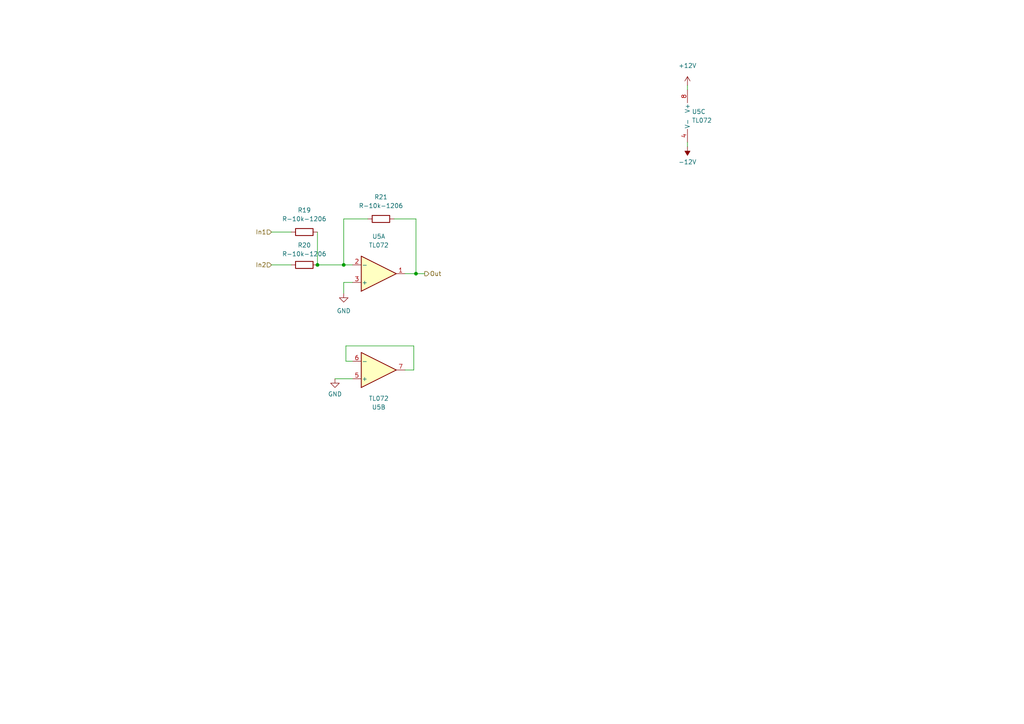
<source format=kicad_sch>
(kicad_sch (version 20211123) (generator eeschema)

  (uuid be395e85-2ee8-4baa-8eaa-8476e93f3634)

  (paper "A4")

  (lib_symbols
    (symbol "eurorack:R-10k-1206" (pin_numbers hide) (pin_names (offset 0)) (in_bom yes) (on_board yes)
      (property "Reference" "R" (id 0) (at 2.032 0 90)
        (effects (font (size 1.27 1.27)))
      )
      (property "Value" "R-10k-1206" (id 1) (at -2.54 0 90)
        (effects (font (size 1.27 1.27)))
      )
      (property "Footprint" "Resistor_SMD:R_1206_3216Metric_Pad1.30x1.75mm_HandSolder" (id 2) (at -1.778 0 90)
        (effects (font (size 1.27 1.27)) hide)
      )
      (property "Datasheet" "https://secure.reichelt.com/at/en/smd-chip-resistor-type-1206-10-k-ohm-smd-1-4w-10k-p18244.html?&nbc=1" (id 3) (at 0 0 0)
        (effects (font (size 1.27 1.27)) hide)
      )
      (property "P" "1/4W" (id 4) (at 0 0 0)
        (effects (font (size 1.27 1.27)) hide)
      )
      (property "ki_keywords" "R res resistor" (id 5) (at 0 0 0)
        (effects (font (size 1.27 1.27)) hide)
      )
      (property "ki_description" "Resistor" (id 6) (at 0 0 0)
        (effects (font (size 1.27 1.27)) hide)
      )
      (property "ki_fp_filters" "R_*" (id 7) (at 0 0 0)
        (effects (font (size 1.27 1.27)) hide)
      )
      (symbol "R-10k-1206_0_1"
        (rectangle (start -1.016 -2.54) (end 1.016 2.54)
          (stroke (width 0.254) (type default) (color 0 0 0 0))
          (fill (type none))
        )
      )
      (symbol "R-10k-1206_1_1"
        (pin passive line (at 0 3.81 270) (length 1.27)
          (name "~" (effects (font (size 1.27 1.27))))
          (number "1" (effects (font (size 1.27 1.27))))
        )
        (pin passive line (at 0 -3.81 90) (length 1.27)
          (name "~" (effects (font (size 1.27 1.27))))
          (number "2" (effects (font (size 1.27 1.27))))
        )
      )
    )
    (symbol "eurorack:TL072" (pin_names (offset 0.127)) (in_bom yes) (on_board yes)
      (property "Reference" "U" (id 0) (at 0 5.08 0)
        (effects (font (size 1.27 1.27)) (justify left))
      )
      (property "Value" "TL072" (id 1) (at 0 -5.08 0)
        (effects (font (size 1.27 1.27)) (justify left))
      )
      (property "Footprint" "Package_SO:SO-8_3.9x4.9mm_P1.27mm" (id 2) (at 0 0 0)
        (effects (font (size 1.27 1.27)) hide)
      )
      (property "Datasheet" "http://www.ti.com/lit/ds/symlink/tl071.pdf" (id 3) (at 0 0 0)
        (effects (font (size 1.27 1.27)) hide)
      )
      (property "ki_locked" "" (id 4) (at 0 0 0)
        (effects (font (size 1.27 1.27)))
      )
      (property "ki_keywords" "dual opamp" (id 5) (at 0 0 0)
        (effects (font (size 1.27 1.27)) hide)
      )
      (property "ki_description" "Dual Low-Noise JFET-Input Operational Amplifiers, DIP-8/SOIC-8" (id 6) (at 0 0 0)
        (effects (font (size 1.27 1.27)) hide)
      )
      (property "ki_fp_filters" "SOIC*3.9x4.9mm*P1.27mm* DIP*W7.62mm* TO*99* OnSemi*Micro8* TSSOP*3x3mm*P0.65mm* TSSOP*4.4x3mm*P0.65mm* MSOP*3x3mm*P0.65mm* SSOP*3.9x4.9mm*P0.635mm* LFCSP*2x2mm*P0.5mm* *SIP* SOIC*5.3x6.2mm*P1.27mm*" (id 7) (at 0 0 0)
        (effects (font (size 1.27 1.27)) hide)
      )
      (symbol "TL072_1_1"
        (polyline
          (pts
            (xy -5.08 5.08)
            (xy 5.08 0)
            (xy -5.08 -5.08)
            (xy -5.08 5.08)
          )
          (stroke (width 0.254) (type default) (color 0 0 0 0))
          (fill (type background))
        )
        (pin output line (at 7.62 0 180) (length 2.54)
          (name "~" (effects (font (size 1.27 1.27))))
          (number "1" (effects (font (size 1.27 1.27))))
        )
        (pin input line (at -7.62 -2.54 0) (length 2.54)
          (name "-" (effects (font (size 1.27 1.27))))
          (number "2" (effects (font (size 1.27 1.27))))
        )
        (pin input line (at -7.62 2.54 0) (length 2.54)
          (name "+" (effects (font (size 1.27 1.27))))
          (number "3" (effects (font (size 1.27 1.27))))
        )
      )
      (symbol "TL072_2_1"
        (polyline
          (pts
            (xy -5.08 5.08)
            (xy 5.08 0)
            (xy -5.08 -5.08)
            (xy -5.08 5.08)
          )
          (stroke (width 0.254) (type default) (color 0 0 0 0))
          (fill (type background))
        )
        (pin input line (at -7.62 2.54 0) (length 2.54)
          (name "+" (effects (font (size 1.27 1.27))))
          (number "5" (effects (font (size 1.27 1.27))))
        )
        (pin input line (at -7.62 -2.54 0) (length 2.54)
          (name "-" (effects (font (size 1.27 1.27))))
          (number "6" (effects (font (size 1.27 1.27))))
        )
        (pin output line (at 7.62 0 180) (length 2.54)
          (name "~" (effects (font (size 1.27 1.27))))
          (number "7" (effects (font (size 1.27 1.27))))
        )
      )
      (symbol "TL072_3_1"
        (pin power_in line (at -2.54 -7.62 90) (length 3.81)
          (name "V-" (effects (font (size 1.27 1.27))))
          (number "4" (effects (font (size 1.27 1.27))))
        )
        (pin power_in line (at -2.54 7.62 270) (length 3.81)
          (name "V+" (effects (font (size 1.27 1.27))))
          (number "8" (effects (font (size 1.27 1.27))))
        )
      )
    )
    (symbol "power:+12V" (power) (pin_names (offset 0)) (in_bom yes) (on_board yes)
      (property "Reference" "#PWR" (id 0) (at 0 -3.81 0)
        (effects (font (size 1.27 1.27)) hide)
      )
      (property "Value" "+12V" (id 1) (at 0 3.556 0)
        (effects (font (size 1.27 1.27)))
      )
      (property "Footprint" "" (id 2) (at 0 0 0)
        (effects (font (size 1.27 1.27)) hide)
      )
      (property "Datasheet" "" (id 3) (at 0 0 0)
        (effects (font (size 1.27 1.27)) hide)
      )
      (property "ki_keywords" "power-flag" (id 4) (at 0 0 0)
        (effects (font (size 1.27 1.27)) hide)
      )
      (property "ki_description" "Power symbol creates a global label with name \"+12V\"" (id 5) (at 0 0 0)
        (effects (font (size 1.27 1.27)) hide)
      )
      (symbol "+12V_0_1"
        (polyline
          (pts
            (xy -0.762 1.27)
            (xy 0 2.54)
          )
          (stroke (width 0) (type default) (color 0 0 0 0))
          (fill (type none))
        )
        (polyline
          (pts
            (xy 0 0)
            (xy 0 2.54)
          )
          (stroke (width 0) (type default) (color 0 0 0 0))
          (fill (type none))
        )
        (polyline
          (pts
            (xy 0 2.54)
            (xy 0.762 1.27)
          )
          (stroke (width 0) (type default) (color 0 0 0 0))
          (fill (type none))
        )
      )
      (symbol "+12V_1_1"
        (pin power_in line (at 0 0 90) (length 0) hide
          (name "+12V" (effects (font (size 1.27 1.27))))
          (number "1" (effects (font (size 1.27 1.27))))
        )
      )
    )
    (symbol "power:-12V" (power) (pin_names (offset 0)) (in_bom yes) (on_board yes)
      (property "Reference" "#PWR" (id 0) (at 0 2.54 0)
        (effects (font (size 1.27 1.27)) hide)
      )
      (property "Value" "-12V" (id 1) (at 0 3.81 0)
        (effects (font (size 1.27 1.27)))
      )
      (property "Footprint" "" (id 2) (at 0 0 0)
        (effects (font (size 1.27 1.27)) hide)
      )
      (property "Datasheet" "" (id 3) (at 0 0 0)
        (effects (font (size 1.27 1.27)) hide)
      )
      (property "ki_keywords" "power-flag" (id 4) (at 0 0 0)
        (effects (font (size 1.27 1.27)) hide)
      )
      (property "ki_description" "Power symbol creates a global label with name \"-12V\"" (id 5) (at 0 0 0)
        (effects (font (size 1.27 1.27)) hide)
      )
      (symbol "-12V_0_0"
        (pin power_in line (at 0 0 90) (length 0) hide
          (name "-12V" (effects (font (size 1.27 1.27))))
          (number "1" (effects (font (size 1.27 1.27))))
        )
      )
      (symbol "-12V_0_1"
        (polyline
          (pts
            (xy 0 0)
            (xy 0 1.27)
            (xy 0.762 1.27)
            (xy 0 2.54)
            (xy -0.762 1.27)
            (xy 0 1.27)
          )
          (stroke (width 0) (type default) (color 0 0 0 0))
          (fill (type outline))
        )
      )
    )
    (symbol "power:GND" (power) (pin_names (offset 0)) (in_bom yes) (on_board yes)
      (property "Reference" "#PWR" (id 0) (at 0 -6.35 0)
        (effects (font (size 1.27 1.27)) hide)
      )
      (property "Value" "GND" (id 1) (at 0 -3.81 0)
        (effects (font (size 1.27 1.27)))
      )
      (property "Footprint" "" (id 2) (at 0 0 0)
        (effects (font (size 1.27 1.27)) hide)
      )
      (property "Datasheet" "" (id 3) (at 0 0 0)
        (effects (font (size 1.27 1.27)) hide)
      )
      (property "ki_keywords" "power-flag" (id 4) (at 0 0 0)
        (effects (font (size 1.27 1.27)) hide)
      )
      (property "ki_description" "Power symbol creates a global label with name \"GND\" , ground" (id 5) (at 0 0 0)
        (effects (font (size 1.27 1.27)) hide)
      )
      (symbol "GND_0_1"
        (polyline
          (pts
            (xy 0 0)
            (xy 0 -1.27)
            (xy 1.27 -1.27)
            (xy 0 -2.54)
            (xy -1.27 -1.27)
            (xy 0 -1.27)
          )
          (stroke (width 0) (type default) (color 0 0 0 0))
          (fill (type none))
        )
      )
      (symbol "GND_1_1"
        (pin power_in line (at 0 0 270) (length 0) hide
          (name "GND" (effects (font (size 1.27 1.27))))
          (number "1" (effects (font (size 1.27 1.27))))
        )
      )
    )
  )

  (junction (at 92.075 76.835) (diameter 0) (color 0 0 0 0)
    (uuid 1d4106d5-8ccb-413c-a6d0-3baa1efe9deb)
  )
  (junction (at 99.695 76.835) (diameter 0) (color 0 0 0 0)
    (uuid 2a776ac3-f98b-4615-91c6-2ae2ad38b9b6)
  )
  (junction (at 120.65 79.375) (diameter 0) (color 0 0 0 0)
    (uuid 6273f478-1167-4829-91aa-35ddb41b801b)
  )

  (wire (pts (xy 199.39 41.275) (xy 199.39 42.545))
    (stroke (width 0) (type default) (color 0 0 0 0))
    (uuid 0b440f5e-9159-4c5d-82c1-9771d632ade6)
  )
  (wire (pts (xy 92.075 67.31) (xy 92.075 76.835))
    (stroke (width 0) (type default) (color 0 0 0 0))
    (uuid 14e7ffda-8370-458e-a4dd-a7e1db421966)
  )
  (wire (pts (xy 102.235 104.775) (xy 100.33 104.775))
    (stroke (width 0) (type default) (color 0 0 0 0))
    (uuid 17c14c82-de48-4d42-979a-9f2dc8b0c467)
  )
  (wire (pts (xy 120.65 79.375) (xy 123.19 79.375))
    (stroke (width 0) (type default) (color 0 0 0 0))
    (uuid 24177e31-c4a6-4429-9f39-bb3e410c4850)
  )
  (wire (pts (xy 100.33 100.33) (xy 120.015 100.33))
    (stroke (width 0) (type default) (color 0 0 0 0))
    (uuid 269f827b-86a1-44c9-a01b-9b793ecc9b2f)
  )
  (wire (pts (xy 120.015 107.315) (xy 117.475 107.315))
    (stroke (width 0) (type default) (color 0 0 0 0))
    (uuid 392af984-5e0b-4b2a-886d-47d8849c7a6b)
  )
  (wire (pts (xy 100.33 104.775) (xy 100.33 100.33))
    (stroke (width 0) (type default) (color 0 0 0 0))
    (uuid 405c1b2d-7a53-44a6-941c-087c77efd44a)
  )
  (wire (pts (xy 78.74 76.835) (xy 84.455 76.835))
    (stroke (width 0) (type default) (color 0 0 0 0))
    (uuid 4497244b-7831-45dd-b259-b84d370882c6)
  )
  (wire (pts (xy 78.74 67.31) (xy 84.455 67.31))
    (stroke (width 0) (type default) (color 0 0 0 0))
    (uuid 5184ac04-c789-4bda-9eb2-30ae10555a41)
  )
  (wire (pts (xy 99.695 81.915) (xy 99.695 85.09))
    (stroke (width 0) (type default) (color 0 0 0 0))
    (uuid 5996ed49-d1eb-498b-83a7-3e3d3e08fe0c)
  )
  (wire (pts (xy 106.68 63.5) (xy 99.695 63.5))
    (stroke (width 0) (type default) (color 0 0 0 0))
    (uuid 5d2f48c9-e15f-4879-b363-1e6a00df17e6)
  )
  (wire (pts (xy 102.235 81.915) (xy 99.695 81.915))
    (stroke (width 0) (type default) (color 0 0 0 0))
    (uuid 83e5a949-44d8-4980-809e-949ee44df580)
  )
  (wire (pts (xy 120.015 100.33) (xy 120.015 107.315))
    (stroke (width 0) (type default) (color 0 0 0 0))
    (uuid 8aa6a8af-2f98-44f6-b664-d6901231163a)
  )
  (wire (pts (xy 199.39 24.765) (xy 199.39 26.035))
    (stroke (width 0) (type default) (color 0 0 0 0))
    (uuid abe524f4-f95a-4b9d-b0bb-fe5bab787837)
  )
  (wire (pts (xy 114.3 63.5) (xy 120.65 63.5))
    (stroke (width 0) (type default) (color 0 0 0 0))
    (uuid c1b02fbb-c471-4da5-914b-d8f3ce952663)
  )
  (wire (pts (xy 120.65 79.375) (xy 117.475 79.375))
    (stroke (width 0) (type default) (color 0 0 0 0))
    (uuid c8cb9af9-cd6e-46a0-b91d-ce4d0b075ee5)
  )
  (wire (pts (xy 120.65 63.5) (xy 120.65 79.375))
    (stroke (width 0) (type default) (color 0 0 0 0))
    (uuid d06c157d-d038-40f0-bc2a-dbcee260d890)
  )
  (wire (pts (xy 92.075 76.835) (xy 99.695 76.835))
    (stroke (width 0) (type default) (color 0 0 0 0))
    (uuid da4fbda3-523d-4822-b9f3-7d5415f92dea)
  )
  (wire (pts (xy 97.155 109.855) (xy 102.235 109.855))
    (stroke (width 0) (type default) (color 0 0 0 0))
    (uuid de9cb30b-cbc0-4eb3-9222-1ef385e006d5)
  )
  (wire (pts (xy 99.695 76.835) (xy 102.235 76.835))
    (stroke (width 0) (type default) (color 0 0 0 0))
    (uuid e3943d19-d3a2-4d49-a06c-82874344bbca)
  )
  (wire (pts (xy 99.695 63.5) (xy 99.695 76.835))
    (stroke (width 0) (type default) (color 0 0 0 0))
    (uuid e5938db1-5a3c-4e1c-ad0d-6ea7ebedc64f)
  )

  (hierarchical_label "In2" (shape input) (at 78.74 76.835 180)
    (effects (font (size 1.27 1.27)) (justify right))
    (uuid 33784870-59aa-4557-ac19-c67b6fe341c1)
  )
  (hierarchical_label "Out" (shape output) (at 123.19 79.375 0)
    (effects (font (size 1.27 1.27)) (justify left))
    (uuid 759ac439-e2cc-4a30-ada4-66b32d07b997)
  )
  (hierarchical_label "In1" (shape input) (at 78.74 67.31 180)
    (effects (font (size 1.27 1.27)) (justify right))
    (uuid b687ca6c-da46-421b-8135-3f958022f9bb)
  )

  (symbol (lib_id "eurorack:R-10k-1206") (at 88.265 76.835 90) (unit 1)
    (in_bom yes) (on_board yes) (fields_autoplaced)
    (uuid 50f3f880-3af7-4a48-ac32-9dc68ab2724d)
    (property "Reference" "R20" (id 0) (at 88.265 71.12 90))
    (property "Value" "R-10k-1206" (id 1) (at 88.265 73.66 90))
    (property "Footprint" "Resistor_SMD:R_1206_3216Metric_Pad1.30x1.75mm_HandSolder" (id 2) (at 88.265 78.613 90)
      (effects (font (size 1.27 1.27)) hide)
    )
    (property "Datasheet" "https://secure.reichelt.com/at/en/smd-chip-resistor-type-1206-10-k-ohm-smd-1-4w-10k-p18244.html?&nbc=1" (id 3) (at 88.265 76.835 0)
      (effects (font (size 1.27 1.27)) hide)
    )
    (property "P" "1/4W" (id 4) (at 88.265 76.835 0)
      (effects (font (size 1.27 1.27)) hide)
    )
    (pin "1" (uuid 0cd3ca66-6854-48a4-a302-682b3d8a92db))
    (pin "2" (uuid dbe2062a-0113-4dfa-9fb6-abbca4624c1f))
  )

  (symbol (lib_id "eurorack:TL072") (at 109.855 107.315 0) (mirror x) (unit 2)
    (in_bom yes) (on_board yes) (fields_autoplaced)
    (uuid 7c5fcf56-0f1d-44f5-bedd-3520c652c684)
    (property "Reference" "U5" (id 0) (at 109.855 118.11 0))
    (property "Value" "TL072" (id 1) (at 109.855 115.57 0))
    (property "Footprint" "Package_SO:SO-8_3.9x4.9mm_P1.27mm" (id 2) (at 109.855 107.315 0)
      (effects (font (size 1.27 1.27)) hide)
    )
    (property "Datasheet" "http://www.ti.com/lit/ds/symlink/tl071.pdf" (id 3) (at 109.855 107.315 0)
      (effects (font (size 1.27 1.27)) hide)
    )
    (pin "5" (uuid ef9c6470-14fe-42c5-ba91-2c73b27f8d8a))
    (pin "6" (uuid 1056b7ae-3d4b-4ef5-84c1-4e6b14a6eae0))
    (pin "7" (uuid 7e44aefc-955e-49d1-a727-4a7f074263e0))
  )

  (symbol (lib_id "eurorack:R-10k-1206") (at 110.49 63.5 90) (unit 1)
    (in_bom yes) (on_board yes) (fields_autoplaced)
    (uuid b5dcec38-727c-4798-8099-351baafaf5a1)
    (property "Reference" "R21" (id 0) (at 110.49 57.15 90))
    (property "Value" "R-10k-1206" (id 1) (at 110.49 59.69 90))
    (property "Footprint" "Resistor_SMD:R_1206_3216Metric_Pad1.30x1.75mm_HandSolder" (id 2) (at 110.49 65.278 90)
      (effects (font (size 1.27 1.27)) hide)
    )
    (property "Datasheet" "https://secure.reichelt.com/at/en/smd-chip-resistor-type-1206-10-k-ohm-smd-1-4w-10k-p18244.html?&nbc=1" (id 3) (at 110.49 63.5 0)
      (effects (font (size 1.27 1.27)) hide)
    )
    (property "P" "1/4W" (id 4) (at 110.49 63.5 0)
      (effects (font (size 1.27 1.27)) hide)
    )
    (pin "1" (uuid 2d9f62fb-3169-4ed3-8e8a-645aadb7864b))
    (pin "2" (uuid 0e860e72-ad41-4004-9689-807370a154c1))
  )

  (symbol (lib_id "eurorack:TL072") (at 109.855 79.375 0) (mirror x) (unit 1)
    (in_bom yes) (on_board yes) (fields_autoplaced)
    (uuid b6dc12b4-98f5-4764-906c-3b8842899e83)
    (property "Reference" "U5" (id 0) (at 109.855 68.58 0))
    (property "Value" "TL072" (id 1) (at 109.855 71.12 0))
    (property "Footprint" "Package_SO:SO-8_3.9x4.9mm_P1.27mm" (id 2) (at 109.855 79.375 0)
      (effects (font (size 1.27 1.27)) hide)
    )
    (property "Datasheet" "http://www.ti.com/lit/ds/symlink/tl071.pdf" (id 3) (at 109.855 79.375 0)
      (effects (font (size 1.27 1.27)) hide)
    )
    (pin "1" (uuid ce9bc31a-8cbc-4d5c-80bf-200814d95d9f))
    (pin "2" (uuid 43455d37-68c1-4bf3-9d61-9b51d5b80f63))
    (pin "3" (uuid 489387a3-9ecb-4f94-bf1d-e862b09273f8))
  )

  (symbol (lib_id "power:+12V") (at 199.39 24.765 0) (unit 1)
    (in_bom yes) (on_board yes) (fields_autoplaced)
    (uuid c03b33cf-0643-4fc3-9cea-3603f91eecf7)
    (property "Reference" "#PWR055" (id 0) (at 199.39 28.575 0)
      (effects (font (size 1.27 1.27)) hide)
    )
    (property "Value" "+12V" (id 1) (at 199.39 19.05 0))
    (property "Footprint" "" (id 2) (at 199.39 24.765 0)
      (effects (font (size 1.27 1.27)) hide)
    )
    (property "Datasheet" "" (id 3) (at 199.39 24.765 0)
      (effects (font (size 1.27 1.27)) hide)
    )
    (pin "1" (uuid 82a5d02f-dad4-4987-90e4-00d468d62538))
  )

  (symbol (lib_id "power:-12V") (at 199.39 42.545 180) (unit 1)
    (in_bom yes) (on_board yes) (fields_autoplaced)
    (uuid c3555b4e-fd65-4872-87bf-fbcda064f93a)
    (property "Reference" "#PWR056" (id 0) (at 199.39 45.085 0)
      (effects (font (size 1.27 1.27)) hide)
    )
    (property "Value" "-12V" (id 1) (at 199.39 46.99 0))
    (property "Footprint" "" (id 2) (at 199.39 42.545 0)
      (effects (font (size 1.27 1.27)) hide)
    )
    (property "Datasheet" "" (id 3) (at 199.39 42.545 0)
      (effects (font (size 1.27 1.27)) hide)
    )
    (pin "1" (uuid 3bec0cb1-b3eb-41ab-926c-7e9f451f8d73))
  )

  (symbol (lib_id "eurorack:R-10k-1206") (at 88.265 67.31 90) (unit 1)
    (in_bom yes) (on_board yes) (fields_autoplaced)
    (uuid e2ff2775-4ef7-4b80-93ef-c2fb6e45d6ac)
    (property "Reference" "R19" (id 0) (at 88.265 60.96 90))
    (property "Value" "R-10k-1206" (id 1) (at 88.265 63.5 90))
    (property "Footprint" "Resistor_SMD:R_1206_3216Metric_Pad1.30x1.75mm_HandSolder" (id 2) (at 88.265 69.088 90)
      (effects (font (size 1.27 1.27)) hide)
    )
    (property "Datasheet" "https://secure.reichelt.com/at/en/smd-chip-resistor-type-1206-10-k-ohm-smd-1-4w-10k-p18244.html?&nbc=1" (id 3) (at 88.265 67.31 0)
      (effects (font (size 1.27 1.27)) hide)
    )
    (property "P" "1/4W" (id 4) (at 88.265 67.31 0)
      (effects (font (size 1.27 1.27)) hide)
    )
    (pin "1" (uuid d00f7e8b-cd83-443e-8440-4919d365a8d9))
    (pin "2" (uuid 3945cba7-c39e-4b92-99af-71017af4b1e5))
  )

  (symbol (lib_id "power:GND") (at 97.155 109.855 0) (mirror y) (unit 1)
    (in_bom yes) (on_board yes) (fields_autoplaced)
    (uuid eb72a361-69ff-435a-b255-047d7ed9cff2)
    (property "Reference" "#PWR053" (id 0) (at 97.155 116.205 0)
      (effects (font (size 1.27 1.27)) hide)
    )
    (property "Value" "GND" (id 1) (at 97.155 114.3 0))
    (property "Footprint" "" (id 2) (at 97.155 109.855 0)
      (effects (font (size 1.27 1.27)) hide)
    )
    (property "Datasheet" "" (id 3) (at 97.155 109.855 0)
      (effects (font (size 1.27 1.27)) hide)
    )
    (pin "1" (uuid 3a6aec1b-2781-44b0-949e-2cd972f4ab48))
  )

  (symbol (lib_id "power:GND") (at 99.695 85.09 0) (unit 1)
    (in_bom yes) (on_board yes) (fields_autoplaced)
    (uuid ee9a5555-30ee-49ff-a575-2216e5e565f2)
    (property "Reference" "#PWR054" (id 0) (at 99.695 91.44 0)
      (effects (font (size 1.27 1.27)) hide)
    )
    (property "Value" "GND" (id 1) (at 99.695 90.17 0))
    (property "Footprint" "" (id 2) (at 99.695 85.09 0)
      (effects (font (size 1.27 1.27)) hide)
    )
    (property "Datasheet" "" (id 3) (at 99.695 85.09 0)
      (effects (font (size 1.27 1.27)) hide)
    )
    (pin "1" (uuid f8a93230-4514-4638-81a2-bb02cca9cdbc))
  )

  (symbol (lib_id "eurorack:TL072") (at 201.93 33.655 0) (unit 3)
    (in_bom yes) (on_board yes) (fields_autoplaced)
    (uuid f9f91633-539a-47ba-96ee-2c4e0c6bd4d0)
    (property "Reference" "U5" (id 0) (at 200.66 32.3849 0)
      (effects (font (size 1.27 1.27)) (justify left))
    )
    (property "Value" "TL072" (id 1) (at 200.66 34.9249 0)
      (effects (font (size 1.27 1.27)) (justify left))
    )
    (property "Footprint" "Package_SO:SO-8_3.9x4.9mm_P1.27mm" (id 2) (at 201.93 33.655 0)
      (effects (font (size 1.27 1.27)) hide)
    )
    (property "Datasheet" "http://www.ti.com/lit/ds/symlink/tl071.pdf" (id 3) (at 201.93 33.655 0)
      (effects (font (size 1.27 1.27)) hide)
    )
    (pin "4" (uuid 81fd507a-74f4-4cb1-89b3-b441bd6990ac))
    (pin "8" (uuid 4f97d2d7-1ff4-45b2-9dc0-3ba72dbf44b0))
  )
)

</source>
